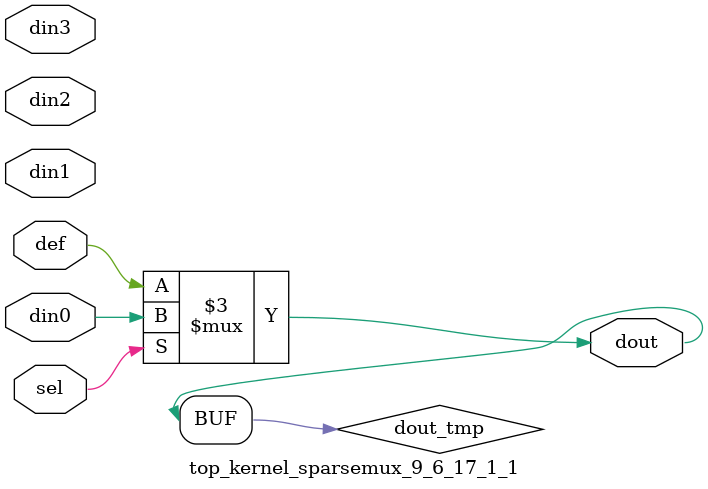
<source format=v>
`timescale 1ns / 1ps

module top_kernel_sparsemux_9_6_17_1_1 (din0,din1,din2,din3,def,sel,dout);

parameter din0_WIDTH = 1;

parameter din1_WIDTH = 1;

parameter din2_WIDTH = 1;

parameter din3_WIDTH = 1;

parameter def_WIDTH = 1;
parameter sel_WIDTH = 1;
parameter dout_WIDTH = 1;

parameter [sel_WIDTH-1:0] CASE0 = 1;

parameter [sel_WIDTH-1:0] CASE1 = 1;

parameter [sel_WIDTH-1:0] CASE2 = 1;

parameter [sel_WIDTH-1:0] CASE3 = 1;

parameter ID = 1;
parameter NUM_STAGE = 1;



input [din0_WIDTH-1:0] din0;

input [din1_WIDTH-1:0] din1;

input [din2_WIDTH-1:0] din2;

input [din3_WIDTH-1:0] din3;

input [def_WIDTH-1:0] def;
input [sel_WIDTH-1:0] sel;

output [dout_WIDTH-1:0] dout;



reg [dout_WIDTH-1:0] dout_tmp;


always @ (*) begin
(* parallel_case *) case (sel)
    
    CASE0 : dout_tmp = din0;
    
    CASE1 : dout_tmp = din1;
    
    CASE2 : dout_tmp = din2;
    
    CASE3 : dout_tmp = din3;
    
    default : dout_tmp = def;
endcase
end


assign dout = dout_tmp;



endmodule

</source>
